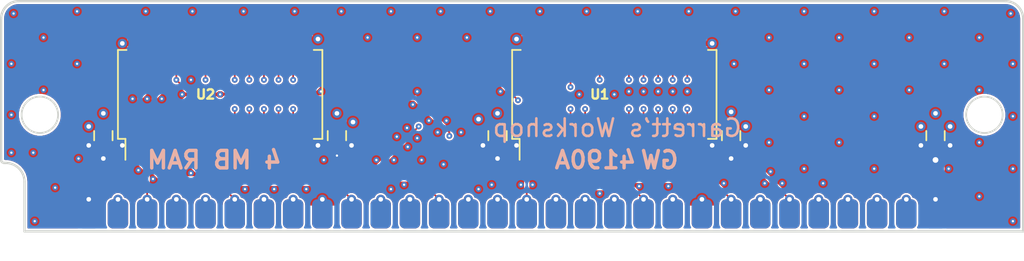
<source format=kicad_pcb>
(kicad_pcb (version 20171130) (host pcbnew "(5.1.5-0-10_14)")
  (layers (0 F.Cu signal) (1 In1.Cu power) (2 In2.Cu signal) (31 B.Cu power) (34 B.Paste user) (35 F.Paste user) (36 B.SilkS user) (37 F.SilkS user) (38 B.Mask user) (39 F.Mask user) (44 Edge.Cuts user))
  (net 0 "")
  (net 1 +5V)
  (net 2 /D0)
  (net 3 /D1)
  (net 4 /~WE~)
  (net 5 /~RAS~)
  (net 6 /~CAS~)
  (net 7 /D2)
  (net 8 /D3)
  (net 9 GND)
  (net 10 /D4)
  (net 11 /D5)
  (net 12 /D6)
  (net 13 /A11)
  (net 14 /D7)
  (net 15 /QP)
  (net 16 /~CASP~)
  (net 17 /DP)
  (net 18 /1A0)
  (net 19 /1A1)
  (net 20 /1A2)
  (net 21 /1A3)
  (net 22 /1A4)
  (net 23 /1A5)
  (net 24 /1A6)
  (net 25 /1A7)
  (net 26 /1A8)
  (net 27 /1A10)
  (net 28 /1A9)
  (module stdpads:SOP-24-26-300mil (layer F.Cu) (at 129.54 89.662 90)
    (fp_text reference U1)
    (fp_text value AS4C4M4)
    (fp_text user %R (at 0 -1.27) (layer F.SilkS) (effects (font (size 0.8128 0.8128) (thickness 0.2032))))
    (fp_line (start -3.875 -8.89) (end -3.875 -8.24) (layer F.SilkS) (width 0.1524))
    (fp_line (start 3.875 -8.89) (end 3.875 -8.145) (layer F.SilkS) (width 0.1524))
    (fp_line (start 3.875 8.89) (end 3.875 8.145) (layer F.SilkS) (width 0.1524))
    (fp_line (start -3.875 8.89) (end -3.875 8.145) (layer F.SilkS) (width 0.1524))
    (fp_line (start -3.875 -8.89) (end 3.875 -8.89) (layer F.SilkS) (width 0.1524))
    (fp_line (start -3.875 8.89) (end 3.875 8.89) (layer F.SilkS) (width 0.1524))
    (fp_line (start -3.875 -8.24) (end -5.7 -8.24) (layer F.SilkS) (width 0.1524))
    (pad 1 smd roundrect (at -4.45 -7.62 90) (size 2.5 0.6) (layers F.Cu F.Paste F.Mask) (net 1 +5V))
    (pad 2 smd roundrect (at -4.45 -6.35 90) (size 2.5 0.6) (layers F.Cu F.Paste F.Mask) (net 11 /D5))
    (pad 3 smd roundrect (at -4.45 -5.08 90) (size 2.5 0.6) (layers F.Cu F.Paste F.Mask) (net 14 /D7))
    (pad 4 smd roundrect (at -4.45 -3.81 90) (size 2.5 0.6) (layers F.Cu F.Paste F.Mask) (net 4 /~WE~))
    (pad 5 smd roundrect (at -4.45 -2.54 90) (size 2.5 0.6) (layers F.Cu F.Paste F.Mask) (net 5 /~RAS~))
    (pad 6 smd roundrect (at -4.45 -1.27 90) (size 2.5 0.6) (layers F.Cu F.Paste F.Mask))
    (pad 8 smd roundrect (at -4.45 1.27 90) (size 2.5 0.6) (layers F.Cu F.Paste F.Mask) (net 27 /1A10))
    (pad 9 smd roundrect (at -4.45 2.54 90) (size 2.5 0.6) (layers F.Cu F.Paste F.Mask) (net 18 /1A0))
    (pad 10 smd roundrect (at -4.45 3.81 90) (size 2.5 0.6) (layers F.Cu F.Paste F.Mask) (net 19 /1A1))
    (pad 11 smd roundrect (at -4.45 5.08 90) (size 2.5 0.6) (layers F.Cu F.Paste F.Mask) (net 20 /1A2))
    (pad 12 smd roundrect (at -4.45 6.35 90) (size 2.5 0.6) (layers F.Cu F.Paste F.Mask) (net 21 /1A3))
    (pad 13 smd roundrect (at -4.45 7.62 90) (size 2.5 0.6) (layers F.Cu F.Paste F.Mask) (net 1 +5V))
    (pad 14 smd roundrect (at 4.45 7.62 90) (size 2.5 0.6) (layers F.Cu F.Paste F.Mask) (net 9 GND))
    (pad 15 smd roundrect (at 4.45 6.35 90) (size 2.5 0.6) (layers F.Cu F.Paste F.Mask) (net 22 /1A4))
    (pad 16 smd roundrect (at 4.45 5.08 90) (size 2.5 0.6) (layers F.Cu F.Paste F.Mask) (net 23 /1A5))
    (pad 17 smd roundrect (at 4.45 3.81 90) (size 2.5 0.6) (layers F.Cu F.Paste F.Mask) (net 24 /1A6))
    (pad 18 smd roundrect (at 4.45 2.54 90) (size 2.5 0.6) (layers F.Cu F.Paste F.Mask) (net 25 /1A7))
    (pad 19 smd roundrect (at 4.45 1.27 90) (size 2.5 0.6) (layers F.Cu F.Paste F.Mask) (net 26 /1A8))
    (pad 21 smd roundrect (at 4.45 -1.27 90) (size 2.5 0.6) (layers F.Cu F.Paste F.Mask) (net 28 /1A9))
    (pad 22 smd roundrect (at 4.45 -2.54 90) (size 2.5 0.6) (layers F.Cu F.Paste F.Mask) (net 9 GND))
    (pad 23 smd roundrect (at 4.45 -3.81 90) (size 2.5 0.6) (layers F.Cu F.Paste F.Mask) (net 6 /~CAS~))
    (pad 24 smd roundrect (at 4.45 -5.08 90) (size 2.5 0.6) (layers F.Cu F.Paste F.Mask) (net 12 /D6))
    (pad 25 smd roundrect (at 4.45 -6.35 90) (size 2.5 0.6) (layers F.Cu F.Paste F.Mask) (net 10 /D4))
    (pad 26 smd roundrect (at 4.45 -7.62 90) (size 2.5 0.6) (layers F.Cu F.Paste F.Mask) (net 9 GND))
  )
  (module stdpads:SOP-24-26-300mil (layer F.Cu) (at 95.25 89.662 90)
    (fp_text reference U2)
    (fp_text value AS4C4M4)
    (fp_text user %R (at 0 -1.27) (layer F.SilkS) (effects (font (size 0.8128 0.8128) (thickness 0.2032))))
    (fp_line (start -3.875 -8.89) (end -3.875 -8.24) (layer F.SilkS) (width 0.1524))
    (fp_line (start 3.875 -8.89) (end 3.875 -8.145) (layer F.SilkS) (width 0.1524))
    (fp_line (start 3.875 8.89) (end 3.875 8.145) (layer F.SilkS) (width 0.1524))
    (fp_line (start -3.875 8.89) (end -3.875 8.145) (layer F.SilkS) (width 0.1524))
    (fp_line (start -3.875 -8.89) (end 3.875 -8.89) (layer F.SilkS) (width 0.1524))
    (fp_line (start -3.875 8.89) (end 3.875 8.89) (layer F.SilkS) (width 0.1524))
    (fp_line (start -3.875 -8.24) (end -5.7 -8.24) (layer F.SilkS) (width 0.1524))
    (pad 1 smd roundrect (at -4.45 -7.62 90) (size 2.5 0.6) (layers F.Cu F.Paste F.Mask) (net 1 +5V))
    (pad 2 smd roundrect (at -4.45 -6.35 90) (size 2.5 0.6) (layers F.Cu F.Paste F.Mask) (net 3 /D1))
    (pad 3 smd roundrect (at -4.45 -5.08 90) (size 2.5 0.6) (layers F.Cu F.Paste F.Mask) (net 8 /D3))
    (pad 4 smd roundrect (at -4.45 -3.81 90) (size 2.5 0.6) (layers F.Cu F.Paste F.Mask) (net 4 /~WE~))
    (pad 5 smd roundrect (at -4.45 -2.54 90) (size 2.5 0.6) (layers F.Cu F.Paste F.Mask) (net 5 /~RAS~))
    (pad 6 smd roundrect (at -4.45 -1.27 90) (size 2.5 0.6) (layers F.Cu F.Paste F.Mask))
    (pad 8 smd roundrect (at -4.45 1.27 90) (size 2.5 0.6) (layers F.Cu F.Paste F.Mask) (net 21 /1A3))
    (pad 9 smd roundrect (at -4.45 2.54 90) (size 2.5 0.6) (layers F.Cu F.Paste F.Mask) (net 20 /1A2))
    (pad 10 smd roundrect (at -4.45 3.81 90) (size 2.5 0.6) (layers F.Cu F.Paste F.Mask) (net 19 /1A1))
    (pad 11 smd roundrect (at -4.45 5.08 90) (size 2.5 0.6) (layers F.Cu F.Paste F.Mask) (net 18 /1A0))
    (pad 12 smd roundrect (at -4.45 6.35 90) (size 2.5 0.6) (layers F.Cu F.Paste F.Mask) (net 27 /1A10))
    (pad 13 smd roundrect (at -4.45 7.62 90) (size 2.5 0.6) (layers F.Cu F.Paste F.Mask) (net 1 +5V))
    (pad 14 smd roundrect (at 4.45 7.62 90) (size 2.5 0.6) (layers F.Cu F.Paste F.Mask) (net 9 GND))
    (pad 15 smd roundrect (at 4.45 6.35 90) (size 2.5 0.6) (layers F.Cu F.Paste F.Mask) (net 28 /1A9))
    (pad 16 smd roundrect (at 4.45 5.08 90) (size 2.5 0.6) (layers F.Cu F.Paste F.Mask) (net 26 /1A8))
    (pad 17 smd roundrect (at 4.45 3.81 90) (size 2.5 0.6) (layers F.Cu F.Paste F.Mask) (net 25 /1A7))
    (pad 18 smd roundrect (at 4.45 2.54 90) (size 2.5 0.6) (layers F.Cu F.Paste F.Mask) (net 24 /1A6))
    (pad 19 smd roundrect (at 4.45 1.27 90) (size 2.5 0.6) (layers F.Cu F.Paste F.Mask) (net 23 /1A5))
    (pad 21 smd roundrect (at 4.45 -1.27 90) (size 2.5 0.6) (layers F.Cu F.Paste F.Mask) (net 22 /1A4))
    (pad 22 smd roundrect (at 4.45 -2.54 90) (size 2.5 0.6) (layers F.Cu F.Paste F.Mask) (net 9 GND))
    (pad 23 smd roundrect (at 4.45 -3.81 90) (size 2.5 0.6) (layers F.Cu F.Paste F.Mask) (net 6 /~CAS~))
    (pad 24 smd roundrect (at 4.45 -5.08 90) (size 2.5 0.6) (layers F.Cu F.Paste F.Mask) (net 7 /D2))
    (pad 25 smd roundrect (at 4.45 -6.35 90) (size 2.5 0.6) (layers F.Cu F.Paste F.Mask) (net 2 /D0))
    (pad 26 smd roundrect (at 4.45 -7.62 90) (size 2.5 0.6) (layers F.Cu F.Paste F.Mask) (net 9 GND))
  )
  (module stdpads:SIMM-30_Edge (layer F.Cu) (at 120.65 99.822)
    (fp_text reference J1)
    (fp_text value DRAM-SIMM-30)
    (pad 1 smd roundrect (at -36.83 0.254) (size 1.778 2.54) (layers B.Cu B.Mask) (net 1 +5V))
    (pad 1 smd roundrect (at -36.83 0.254) (size 1.778 2.54) (layers F.Cu F.Mask) (net 1 +5V))
    (pad 2 smd roundrect (at -34.29 0.254) (size 1.778 2.54) (layers B.Cu B.Mask) (net 6 /~CAS~))
    (pad 3 smd roundrect (at -31.75 0.254) (size 1.778 2.54) (layers B.Cu B.Mask) (net 2 /D0))
    (pad 4 smd roundrect (at -29.21 0.254) (size 1.778 2.54) (layers B.Cu B.Mask) (net 22 /1A4))
    (pad 5 smd roundrect (at -26.67 0.254) (size 1.778 2.54) (layers B.Cu B.Mask) (net 21 /1A3))
    (pad 6 smd roundrect (at -24.13 0.254) (size 1.778 2.54) (layers B.Cu B.Mask) (net 3 /D1))
    (pad 7 smd roundrect (at -21.59 0.254) (size 1.778 2.54) (layers B.Cu B.Mask) (net 23 /1A5))
    (pad 8 smd roundrect (at -19.05 0.254) (size 1.778 2.54) (layers B.Cu B.Mask) (net 20 /1A2))
    (pad 9 smd roundrect (at -16.51 0.254) (size 1.778 2.54) (layers B.Cu B.Mask) (net 9 GND))
    (pad 10 smd roundrect (at -13.97 0.254) (size 1.778 2.54) (layers B.Cu B.Mask) (net 7 /D2))
    (pad 11 smd roundrect (at -11.43 0.254) (size 1.778 2.54) (layers B.Cu B.Mask) (net 24 /1A6))
    (pad 12 smd roundrect (at -8.89 0.254) (size 1.778 2.54) (layers B.Cu B.Mask) (net 19 /1A1))
    (pad 13 smd roundrect (at -6.35 0.254) (size 1.778 2.54) (layers B.Cu B.Mask) (net 8 /D3))
    (pad 14 smd roundrect (at -3.81 0.254) (size 1.778 2.54) (layers B.Cu B.Mask) (net 25 /1A7))
    (pad 15 smd roundrect (at -1.27 0.254) (size 1.778 2.54) (layers B.Cu B.Mask) (net 18 /1A0))
    (pad 16 smd roundrect (at 1.27 0.254) (size 1.778 2.54) (layers B.Cu B.Mask) (net 10 /D4))
    (pad 17 smd roundrect (at 3.81 0.254) (size 1.778 2.54) (layers B.Cu B.Mask) (net 26 /1A8))
    (pad 18 smd roundrect (at 6.35 0.254) (size 1.778 2.54) (layers B.Cu B.Mask) (net 27 /1A10))
    (pad 19 smd roundrect (at 8.89 0.254) (size 1.778 2.54) (layers B.Cu B.Mask) (net 28 /1A9))
    (pad 20 smd roundrect (at 11.43 0.254) (size 1.778 2.54) (layers B.Cu B.Mask) (net 11 /D5))
    (pad 21 smd roundrect (at 13.97 0.254) (size 1.778 2.54) (layers B.Cu B.Mask) (net 4 /~WE~))
    (pad 22 smd roundrect (at 16.51 0.254) (size 1.778 2.54) (layers B.Cu B.Mask) (net 9 GND))
    (pad 23 smd roundrect (at 19.05 0.254) (size 1.778 2.54) (layers B.Cu B.Mask) (net 12 /D6))
    (pad 24 smd roundrect (at 21.59 0.254) (size 1.778 2.54) (layers B.Cu B.Mask) (net 13 /A11))
    (pad 25 smd roundrect (at 24.13 0.254) (size 1.778 2.54) (layers B.Cu B.Mask) (net 14 /D7))
    (pad 26 smd roundrect (at 26.67 0.254) (size 1.778 2.54) (layers B.Cu B.Mask) (net 15 /QP))
    (pad 27 smd roundrect (at 29.21 0.254) (size 1.778 2.54) (layers B.Cu B.Mask) (net 5 /~RAS~))
    (pad 28 smd roundrect (at 31.75 0.254) (size 1.778 2.54) (layers B.Cu B.Mask) (net 16 /~CASP~))
    (pad 29 smd roundrect (at 34.29 0.254) (size 1.778 2.54) (layers B.Cu B.Mask) (net 17 /DP))
    (pad 30 smd roundrect (at 36.83 0.254) (size 1.778 2.54) (layers B.Cu B.Mask) (net 1 +5V))
    (pad 2 smd roundrect (at -34.29 0.254) (size 1.778 2.54) (layers F.Cu F.Mask) (net 6 /~CAS~))
    (pad 3 thru_hole circle (at -31.75 -1.016) (size 0.8 0.8) (drill 0.4) (layers *.Cu *.Mask) (net 2 /D0))
    (pad 11 smd roundrect (at -11.43 0.254) (size 1.778 2.54) (layers F.Cu F.Mask) (net 24 /1A6))
    (pad 5 smd roundrect (at -26.67 0.254) (size 1.778 2.54) (layers F.Cu F.Mask) (net 21 /1A3))
    (pad 12 smd roundrect (at -8.89 0.254) (size 1.778 2.54) (layers F.Cu F.Mask) (net 19 /1A1))
    (pad 26 smd roundrect (at 26.67 0.254) (size 1.778 2.54) (layers F.Cu F.Mask) (net 15 /QP))
    (pad 13 smd roundrect (at -6.35 0.254) (size 1.778 2.54) (layers F.Cu F.Mask) (net 8 /D3))
    (pad 14 smd roundrect (at -3.81 0.254) (size 1.778 2.54) (layers F.Cu F.Mask) (net 25 /1A7))
    (pad 4 smd roundrect (at -29.21 0.254) (size 1.778 2.54) (layers F.Cu F.Mask) (net 22 /1A4))
    (pad 29 smd roundrect (at 34.29 0.254) (size 1.778 2.54) (layers F.Cu F.Mask) (net 17 /DP))
    (pad 3 smd roundrect (at -31.75 0.254) (size 1.778 2.54) (layers F.Cu F.Mask) (net 2 /D0))
    (pad 24 smd roundrect (at 21.59 0.254) (size 1.778 2.54) (layers F.Cu F.Mask) (net 13 /A11))
    (pad 16 smd roundrect (at 1.27 0.254) (size 1.778 2.54) (layers F.Cu F.Mask) (net 10 /D4))
    (pad 20 smd roundrect (at 11.43 0.254) (size 1.778 2.54) (layers F.Cu F.Mask) (net 11 /D5))
    (pad 23 smd roundrect (at 19.05 0.254) (size 1.778 2.54) (layers F.Cu F.Mask) (net 12 /D6))
    (pad 9 smd roundrect (at -16.51 0.254) (size 1.778 2.54) (layers F.Cu F.Mask) (net 9 GND))
    (pad 18 smd roundrect (at 6.35 0.254) (size 1.778 2.54) (layers F.Cu F.Mask) (net 27 /1A10))
    (pad 21 smd roundrect (at 13.97 0.254) (size 1.778 2.54) (layers F.Cu F.Mask) (net 4 /~WE~))
    (pad 19 smd roundrect (at 8.89 0.254) (size 1.778 2.54) (layers F.Cu F.Mask) (net 28 /1A9))
    (pad 10 smd roundrect (at -13.97 0.254) (size 1.778 2.54) (layers F.Cu F.Mask) (net 7 /D2))
    (pad 22 smd roundrect (at 16.51 0.254) (size 1.778 2.54) (layers F.Cu F.Mask) (net 9 GND))
    (pad 6 smd roundrect (at -24.13 0.254) (size 1.778 2.54) (layers F.Cu F.Mask) (net 3 /D1))
    (pad 17 smd roundrect (at 3.81 0.254) (size 1.778 2.54) (layers F.Cu F.Mask) (net 26 /1A8))
    (pad 7 smd roundrect (at -21.59 0.254) (size 1.778 2.54) (layers F.Cu F.Mask) (net 23 /1A5))
    (pad 8 smd roundrect (at -19.05 0.254) (size 1.778 2.54) (layers F.Cu F.Mask) (net 20 /1A2))
    (pad 27 smd roundrect (at 29.21 0.254) (size 1.778 2.54) (layers F.Cu F.Mask) (net 5 /~RAS~))
    (pad 28 smd roundrect (at 31.75 0.254) (size 1.778 2.54) (layers F.Cu F.Mask) (net 16 /~CASP~))
    (pad 30 smd roundrect (at 36.83 0.254) (size 1.778 2.54) (layers F.Cu F.Mask) (net 1 +5V))
    (pad 15 smd roundrect (at -1.27 0.254) (size 1.778 2.54) (layers F.Cu F.Mask) (net 18 /1A0))
    (pad 25 smd roundrect (at 24.13 0.254) (size 1.778 2.54) (layers F.Cu F.Mask) (net 14 /D7))
    (pad 2 thru_hole circle (at -34.29 -1.016) (size 0.8 0.8) (drill 0.4) (layers *.Cu *.Mask) (net 6 /~CAS~))
    (pad 1 thru_hole circle (at -36.83 -1.016) (size 0.8 0.8) (drill 0.4) (layers *.Cu *.Mask) (net 1 +5V))
    (pad 5 thru_hole circle (at -26.67 -1.016) (size 0.8 0.8) (drill 0.4) (layers *.Cu *.Mask) (net 21 /1A3))
    (pad 4 thru_hole circle (at -29.21 -1.016) (size 0.8 0.8) (drill 0.4) (layers *.Cu *.Mask) (net 22 /1A4))
    (pad 6 thru_hole circle (at -24.13 -1.016) (size 0.8 0.8) (drill 0.4) (layers *.Cu *.Mask) (net 3 /D1))
    (pad 7 thru_hole circle (at -21.59 -1.016) (size 0.8 0.8) (drill 0.4) (layers *.Cu *.Mask) (net 23 /1A5))
    (pad 9 thru_hole circle (at -16.51 -1.016) (size 0.8 0.8) (drill 0.4) (layers *.Cu *.Mask) (net 9 GND))
    (pad 8 thru_hole circle (at -19.05 -1.016) (size 0.8 0.8) (drill 0.4) (layers *.Cu *.Mask) (net 20 /1A2))
    (pad 11 thru_hole circle (at -11.43 -1.016) (size 0.8 0.8) (drill 0.4) (layers *.Cu *.Mask) (net 24 /1A6))
    (pad 10 thru_hole circle (at -13.97 -1.016) (size 0.8 0.8) (drill 0.4) (layers *.Cu *.Mask) (net 7 /D2))
    (pad 12 thru_hole circle (at -8.89 -1.016) (size 0.8 0.8) (drill 0.4) (layers *.Cu *.Mask) (net 19 /1A1))
    (pad 14 thru_hole circle (at -3.81 -1.016) (size 0.8 0.8) (drill 0.4) (layers *.Cu *.Mask) (net 25 /1A7))
    (pad 13 thru_hole circle (at -6.35 -1.016) (size 0.8 0.8) (drill 0.4) (layers *.Cu *.Mask) (net 8 /D3))
    (pad 15 thru_hole circle (at -1.27 -1.016) (size 0.8 0.8) (drill 0.4) (layers *.Cu *.Mask) (net 18 /1A0))
    (pad 17 thru_hole circle (at 3.81 -1.016) (size 0.8 0.8) (drill 0.4) (layers *.Cu *.Mask) (net 26 /1A8))
    (pad 16 thru_hole circle (at 1.27 -1.016) (size 0.8 0.8) (drill 0.4) (layers *.Cu *.Mask) (net 10 /D4))
    (pad 18 thru_hole circle (at 6.35 -1.016) (size 0.8 0.8) (drill 0.4) (layers *.Cu *.Mask) (net 27 /1A10))
    (pad 27 thru_hole circle (at 29.21 -1.016) (size 0.8 0.8) (drill 0.4) (layers *.Cu *.Mask) (net 5 /~RAS~))
    (pad 26 thru_hole circle (at 26.67 -1.016) (size 0.8 0.8) (drill 0.4) (layers *.Cu *.Mask) (net 15 /QP))
    (pad 28 thru_hole circle (at 31.75 -1.016) (size 0.8 0.8) (drill 0.4) (layers *.Cu *.Mask) (net 16 /~CASP~))
    (pad 21 thru_hole circle (at 13.97 -1.016) (size 0.8 0.8) (drill 0.4) (layers *.Cu *.Mask) (net 4 /~WE~))
    (pad 20 thru_hole circle (at 11.43 -1.016) (size 0.8 0.8) (drill 0.4) (layers *.Cu *.Mask) (net 11 /D5))
    (pad 22 thru_hole circle (at 16.51 -1.016) (size 0.8 0.8) (drill 0.4) (layers *.Cu *.Mask) (net 9 GND))
    (pad 24 thru_hole circle (at 21.59 -1.016) (size 0.8 0.8) (drill 0.4) (layers *.Cu *.Mask) (net 13 /A11))
    (pad 23 thru_hole circle (at 19.05 -1.016) (size 0.8 0.8) (drill 0.4) (layers *.Cu *.Mask) (net 12 /D6))
    (pad 25 thru_hole circle (at 24.13 -1.016) (size 0.8 0.8) (drill 0.4) (layers *.Cu *.Mask) (net 14 /D7))
    (pad 19 thru_hole circle (at 8.89 -1.016) (size 0.8 0.8) (drill 0.4) (layers *.Cu *.Mask) (net 28 /1A9))
    (pad 29 thru_hole circle (at 34.29 -1.016) (size 0.8 0.8) (drill 0.4) (layers *.Cu *.Mask) (net 17 /DP))
    (pad 30 thru_hole circle (at 36.83 -1.016) (size 0.8 0.8) (drill 0.4) (layers *.Cu *.Mask) (net 1 +5V))
  )
  (module stdpads:C_0805 (layer F.Cu) (at 85.09 93.257 90)
    (fp_text reference C1 hide)
    (fp_text value 100n hide)
    (fp_line (start -0.4064 -0.8) (end 0.4064 -0.8) (layer F.SilkS) (width 0.1524))
    (fp_line (start -0.4064 0.8) (end 0.4064 0.8) (layer F.SilkS) (width 0.1524))
    (pad 1 smd roundrect (at -0.85 0 90) (size 1.05 1.4) (layers F.Cu F.Paste F.Mask) (net 1 +5V))
    (pad 2 smd roundrect (at 0.85 0 90) (size 1.05 1.4) (layers F.Cu F.Paste F.Mask) (net 9 GND))
  )
  (module stdpads:C_0805 (layer F.Cu) (at 105.41 93.257 90)
    (fp_text reference C2 hide)
    (fp_text value 100n hide)
    (fp_line (start -0.4064 0.8) (end 0.4064 0.8) (layer F.SilkS) (width 0.1524))
    (fp_line (start -0.4064 -0.8) (end 0.4064 -0.8) (layer F.SilkS) (width 0.1524))
    (pad 2 smd roundrect (at 0.85 0 90) (size 1.05 1.4) (layers F.Cu F.Paste F.Mask) (net 9 GND))
    (pad 1 smd roundrect (at -0.85 0 90) (size 1.05 1.4) (layers F.Cu F.Paste F.Mask) (net 1 +5V))
  )
  (module stdpads:C_0805 (layer F.Cu) (at 119.38 93.257 90)
    (fp_text reference C3 hide)
    (fp_text value 100n hide)
    (fp_line (start -0.4064 -0.8) (end 0.4064 -0.8) (layer F.SilkS) (width 0.1524))
    (fp_line (start -0.4064 0.8) (end 0.4064 0.8) (layer F.SilkS) (width 0.1524))
    (pad 1 smd roundrect (at -0.85 0 90) (size 1.05 1.4) (layers F.Cu F.Paste F.Mask) (net 1 +5V))
    (pad 2 smd roundrect (at 0.85 0 90) (size 1.05 1.4) (layers F.Cu F.Paste F.Mask) (net 9 GND))
  )
  (module stdpads:C_0805 (layer F.Cu) (at 157.48 93.257 90)
    (fp_text reference C5 hide)
    (fp_text value 100n hide)
    (fp_line (start -0.4064 -0.8) (end 0.4064 -0.8) (layer F.SilkS) (width 0.1524))
    (fp_line (start -0.4064 0.8) (end 0.4064 0.8) (layer F.SilkS) (width 0.1524))
    (pad 1 smd roundrect (at -0.85 0 90) (size 1.05 1.4) (layers F.Cu F.Paste F.Mask) (net 1 +5V))
    (pad 2 smd roundrect (at 0.85 0 90) (size 1.05 1.4) (layers F.Cu F.Paste F.Mask) (net 9 GND))
  )
  (module stdpads:C_0805 (layer F.Cu) (at 139.7 93.257 90)
    (fp_text reference C4 hide)
    (fp_text value 100n hide)
    (fp_line (start -0.4064 -0.8) (end 0.4064 -0.8) (layer F.SilkS) (width 0.1524))
    (fp_line (start -0.4064 0.8) (end 0.4064 0.8) (layer F.SilkS) (width 0.1524))
    (pad 1 smd roundrect (at -0.85 0 90) (size 1.05 1.4) (layers F.Cu F.Paste F.Mask) (net 1 +5V))
    (pad 2 smd roundrect (at 0.85 0 90) (size 1.05 1.4) (layers F.Cu F.Paste F.Mask) (net 9 GND))
  )
  (gr_arc (start 76.454 95.377) (end 76.2 95.377) (angle -90) (layer Edge.Cuts) (width 0.2))
  (gr_arc (start 77.724 83.058) (end 77.724 81.534) (angle -90) (layer Edge.Cuts) (width 0.2))
  (gr_arc (start 163.576 83.058) (end 165.1 83.058) (angle -90) (layer Edge.Cuts) (width 0.2))
  (gr_text 4190A (at 127.889 95.377) (layer B.SilkS) (effects (font (size 1.5 1.5) (thickness 0.3)) (justify mirror)))
  (gr_text GW (at 133.477 95.377) (layer B.SilkS) (effects (font (size 1.5 1.5) (thickness 0.3)) (justify mirror)))
  (gr_text "Garrett’s Workshop" (at 129.794 92.583) (layer B.SilkS) (effects (font (size 1.524 1.524) (thickness 0.225)) (justify mirror)))
  (gr_text "4 MB RAM" (at 94.742 95.377) (layer B.SilkS) (effects (font (size 1.524 1.524) (thickness 0.3)) (justify mirror)))
  (gr_line (start 76.581 95.631) (end 76.454 95.631) (layer Edge.Cuts) (width 0.2))
  (gr_line (start 78.232 101.6) (end 78.232 97.282) (layer Edge.Cuts) (width 0.2))
  (gr_circle (center 79.5655 91.44) (end 77.978 91.44) (layer Edge.Cuts) (width 0.15))
  (gr_circle (center 161.7345 91.44) (end 163.322 91.44) (layer Edge.Cuts) (width 0.15))
  (gr_line (start 76.2 95.377) (end 76.2 83.058) (layer Edge.Cuts) (width 0.2))
  (gr_arc (start 76.581 97.282) (end 78.232 97.282) (angle -90) (layer Edge.Cuts) (width 0.2))
  (gr_line (start 165.1 83.058) (end 165.1 101.6) (layer Edge.Cuts) (width 0.2))
  (gr_line (start 77.724 81.534) (end 163.576 81.534) (layer Edge.Cuts) (width 0.2))
  (gr_line (start 165.1 101.6) (end 78.232 101.6) (layer Edge.Cuts) (width 0.2))
  (via (at 86.741 94.107) (size 0.8) (drill 0.4) (layers F.Cu B.Cu) (net 1))
  (segment (start 87.625 94.107) (end 87.63 94.112) (width 0.508) (layer F.Cu) (net 1))
  (segment (start 86.741 94.107) (end 87.625 94.107) (width 0.508) (layer F.Cu) (net 1))
  (via (at 121.031 94.107) (size 0.8) (drill 0.4) (layers F.Cu B.Cu) (net 1))
  (via (at 138.049 94.107) (size 0.8) (drill 0.4) (layers F.Cu B.Cu) (net 1))
  (segment (start 102.875 94.107) (end 102.87 94.112) (width 0.508) (layer F.Cu) (net 1))
  (segment (start 121.915 94.107) (end 121.92 94.112) (width 0.508) (layer F.Cu) (net 1))
  (segment (start 121.031 94.107) (end 121.915 94.107) (width 0.508) (layer F.Cu) (net 1))
  (segment (start 137.165 94.107) (end 137.16 94.112) (width 0.508) (layer F.Cu) (net 1))
  (segment (start 138.049 94.107) (end 137.165 94.107) (width 0.508) (layer F.Cu) (net 1))
  (segment (start 85.09 94.107) (end 86.741 94.107) (width 0.762) (layer F.Cu) (net 1))
  (via (at 83.82 94.107) (size 0.8) (drill 0.4) (layers F.Cu B.Cu) (net 1))
  (segment (start 85.09 94.107) (end 83.82 94.107) (width 0.762) (layer F.Cu) (net 1))
  (via (at 85.09 95.25) (size 0.8) (drill 0.4) (layers F.Cu B.Cu) (net 1))
  (segment (start 85.09 94.107) (end 85.09 95.25) (width 0.762) (layer F.Cu) (net 1))
  (segment (start 103.759 94.107) (end 102.875 94.107) (width 0.508) (layer F.Cu) (net 1))
  (via (at 103.759 94.107) (size 0.8) (drill 0.4) (layers F.Cu B.Cu) (net 1))
  (via (at 106.68 94.107) (size 0.8) (drill 0.4) (layers F.Cu B.Cu) (net 1))
  (segment (start 105.41 94.107) (end 106.68 94.107) (width 0.762) (layer F.Cu) (net 1))
  (segment (start 105.41 94.107) (end 103.759 94.107) (width 0.762) (layer F.Cu) (net 1))
  (via (at 118.11 94.107) (size 0.8) (drill 0.4) (layers F.Cu B.Cu) (net 1))
  (segment (start 119.38 94.107) (end 118.11 94.107) (width 0.762) (layer F.Cu) (net 1))
  (segment (start 119.38 94.107) (end 121.031 94.107) (width 0.762) (layer F.Cu) (net 1))
  (via (at 119.38 95.25) (size 0.8) (drill 0.4) (layers F.Cu B.Cu) (net 1))
  (segment (start 119.38 94.107) (end 119.38 95.25) (width 0.762) (layer F.Cu) (net 1))
  (via (at 105.41 94.996) (size 0.508) (drill 0.2) (layers F.Cu B.Cu) (net 1))
  (segment (start 105.41 94.107) (end 105.41 94.996) (width 0.508) (layer F.Cu) (net 1))
  (segment (start 139.7 94.107) (end 138.049 94.107) (width 0.762) (layer F.Cu) (net 1))
  (via (at 139.7 95.25) (size 0.8) (drill 0.4) (layers F.Cu B.Cu) (net 1))
  (segment (start 139.7 94.107) (end 139.7 95.25) (width 0.762) (layer F.Cu) (net 1))
  (via (at 140.97 94.107) (size 0.8) (drill 0.4) (layers F.Cu B.Cu) (net 1))
  (segment (start 139.7 94.107) (end 140.97 94.107) (width 0.762) (layer F.Cu) (net 1))
  (segment (start 157.48 98.806) (end 157.48 95.377) (width 1.27) (layer F.Cu) (net 1))
  (segment (start 157.48 95.377) (end 157.48 94.107) (width 0.762) (layer F.Cu) (net 1))
  (via (at 156.21 94.107) (size 0.8) (drill 0.4) (layers F.Cu B.Cu) (net 1))
  (segment (start 157.48 94.107) (end 156.21 94.107) (width 0.8) (layer F.Cu) (net 1))
  (via (at 158.75 94.107) (size 0.8) (drill 0.4) (layers F.Cu B.Cu) (net 1))
  (segment (start 157.48 94.107) (end 158.75 94.107) (width 0.8) (layer F.Cu) (net 1))
  (via (at 157.48 95.377) (size 1) (drill 0.5) (layers F.Cu B.Cu) (net 1))
  (segment (start 88.9 89.281) (end 88.9 85.962) (width 0.1524) (layer F.Cu) (net 2))
  (segment (start 88.265 89.916) (end 88.9 89.281) (width 0.1524) (layer F.Cu) (net 2))
  (segment (start 88.9 98.806) (end 88.9 96.266) (width 0.1524) (layer F.Cu) (net 2))
  (segment (start 88.265 95.631) (end 88.265 89.916) (width 0.1524) (layer F.Cu) (net 2))
  (segment (start 88.9 96.266) (end 88.265 95.631) (width 0.1524) (layer F.Cu) (net 2))
  (segment (start 88.9 95.758) (end 88.9 94.112) (width 0.1524) (layer F.Cu) (net 3))
  (segment (start 95.504 97.79) (end 90.932 97.79) (width 0.1524) (layer F.Cu) (net 3))
  (segment (start 96.52 98.806) (end 95.504 97.79) (width 0.1524) (layer F.Cu) (net 3))
  (segment (start 90.932 97.79) (end 88.9 95.758) (width 0.1524) (layer F.Cu) (net 3))
  (segment (start 125.73 94.112) (end 125.73 90.932) (width 0.1524) (layer F.Cu) (net 4))
  (via (at 125.73 90.932) (size 0.508) (drill 0.2) (layers F.Cu B.Cu) (net 4))
  (via (at 115.189 93.2815) (size 0.508) (drill 0.2) (layers F.Cu B.Cu) (net 4))
  (segment (start 91.44 90.932) (end 91.44 94.112) (width 0.1524) (layer F.Cu) (net 4))
  (segment (start 92.329 90.043) (end 91.44 90.932) (width 0.1524) (layer F.Cu) (net 4))
  (segment (start 95.504 90.17) (end 94.996 90.17) (width 0.1524) (layer F.Cu) (net 4))
  (segment (start 94.869 90.043) (end 92.329 90.043) (width 0.1524) (layer F.Cu) (net 4))
  (segment (start 94.996 90.17) (end 94.869 90.043) (width 0.1524) (layer F.Cu) (net 4))
  (segment (start 112.2045 89.9795) (end 95.6945 89.9795) (width 0.1524) (layer F.Cu) (net 4))
  (segment (start 115.189 92.964) (end 112.2045 89.9795) (width 0.1524) (layer F.Cu) (net 4))
  (segment (start 95.6945 89.9795) (end 95.504 90.17) (width 0.1524) (layer F.Cu) (net 4))
  (segment (start 115.189 93.2815) (end 115.189 92.964) (width 0.1524) (layer F.Cu) (net 4))
  (via (at 127 90.932) (size 0.508) (drill 0.2) (layers F.Cu B.Cu) (net 5))
  (segment (start 127 94.112) (end 127 90.932) (width 0.1524) (layer F.Cu) (net 5))
  (via (at 112.522 92.456) (size 0.508) (drill 0.2) (layers F.Cu B.Cu) (net 5))
  (segment (start 92.71 95.758) (end 92.71 93.362) (width 0.1524) (layer F.Cu) (net 5))
  (segment (start 93.345 96.393) (end 92.71 95.758) (width 0.1524) (layer F.Cu) (net 5))
  (segment (start 108.585 96.393) (end 93.345 96.393) (width 0.1524) (layer F.Cu) (net 5))
  (segment (start 112.522 92.456) (end 108.585 96.393) (width 0.1524) (layer F.Cu) (net 5))
  (via (at 91.44 88.392) (size 0.508) (drill 0.2) (layers F.Cu B.Cu) (net 6))
  (segment (start 91.44 85.212) (end 91.44 88.392) (width 0.1524) (layer F.Cu) (net 6))
  (via (at 121.158 90.17) (size 0.508) (drill 0.2) (layers F.Cu B.Cu) (net 6))
  (segment (start 125.73 89.027) (end 125.73 85.212) (width 0.1524) (layer F.Cu) (net 6))
  (via (at 125.73 89.027) (size 0.508) (drill 0.2) (layers F.Cu B.Cu) (net 6))
  (segment (start 92.329 89.281) (end 91.44 88.392) (width 0.1524) (layer F.Cu) (net 6))
  (segment (start 94.869 89.281) (end 92.329 89.281) (width 0.1524) (layer F.Cu) (net 6))
  (segment (start 94.996 89.154) (end 94.869 89.281) (width 0.1524) (layer F.Cu) (net 6))
  (segment (start 95.504 89.154) (end 94.996 89.154) (width 0.1524) (layer F.Cu) (net 6))
  (segment (start 95.631 89.281) (end 95.504 89.154) (width 0.1524) (layer F.Cu) (net 6))
  (segment (start 103.378 89.281) (end 95.631 89.281) (width 0.1524) (layer F.Cu) (net 6))
  (segment (start 104.013 88.646) (end 103.378 89.281) (width 0.1524) (layer F.Cu) (net 6))
  (segment (start 119.634 88.646) (end 104.013 88.646) (width 0.1524) (layer F.Cu) (net 6))
  (segment (start 121.158 90.17) (end 119.634 88.646) (width 0.1524) (layer F.Cu) (net 6))
  (segment (start 105.283 97.409) (end 106.68 98.806) (width 0.1524) (layer F.Cu) (net 7))
  (segment (start 89.535 89.916) (end 89.535 95.758) (width 0.1524) (layer F.Cu) (net 7))
  (segment (start 91.186 97.409) (end 105.283 97.409) (width 0.1524) (layer F.Cu) (net 7))
  (segment (start 89.535 95.758) (end 91.186 97.409) (width 0.1524) (layer F.Cu) (net 7))
  (segment (start 90.17 89.281) (end 89.535 89.916) (width 0.1524) (layer F.Cu) (net 7))
  (segment (start 90.17 85.212) (end 90.17 89.281) (width 0.1524) (layer F.Cu) (net 7))
  (segment (start 112.522 97.028) (end 114.3 98.806) (width 0.1524) (layer F.Cu) (net 8))
  (segment (start 91.44 97.028) (end 112.522 97.028) (width 0.1524) (layer F.Cu) (net 8))
  (segment (start 90.17 94.112) (end 90.17 95.758) (width 0.1524) (layer F.Cu) (net 8))
  (segment (start 90.17 95.758) (end 91.44 97.028) (width 0.1524) (layer F.Cu) (net 8))
  (via (at 121.031 84.836) (size 0.8) (drill 0.4) (layers F.Cu B.Cu) (net 9))
  (via (at 138.049 85.217) (size 0.8) (drill 0.4) (layers F.Cu B.Cu) (net 9))
  (segment (start 138.044 85.212) (end 138.049 85.217) (width 0.508) (layer F.Cu) (net 9))
  (segment (start 137.16 85.212) (end 138.044 85.212) (width 0.508) (layer F.Cu) (net 9))
  (via (at 103.759 84.836) (size 0.8) (drill 0.4) (layers F.Cu B.Cu) (net 9))
  (via (at 86.741 85.217) (size 0.8) (drill 0.4) (layers F.Cu B.Cu) (net 9))
  (segment (start 86.746 85.212) (end 86.741 85.217) (width 0.508) (layer F.Cu) (net 9))
  (segment (start 87.63 85.212) (end 86.746 85.212) (width 0.508) (layer F.Cu) (net 9))
  (via (at 134.62 89.408) (size 0.508) (drill 0.2) (layers F.Cu B.Cu) (net 9))
  (via (at 133.35 89.408) (size 0.508) (drill 0.2) (layers F.Cu B.Cu) (net 9))
  (via (at 132.08 89.408) (size 0.508) (drill 0.2) (layers F.Cu B.Cu) (net 9))
  (via (at 135.89 89.408) (size 0.508) (drill 0.2) (layers F.Cu B.Cu) (net 9))
  (via (at 130.81 89.408) (size 0.508) (drill 0.2) (layers F.Cu B.Cu) (net 9))
  (via (at 108.839 95.377) (size 0.508) (drill 0.2) (layers F.Cu B.Cu) (net 9))
  (via (at 104.267 95.377) (size 0.508) (drill 0.2) (layers F.Cu B.Cu) (net 9))
  (via (at 129.54 89.662) (size 0.508) (drill 0.2) (layers F.Cu B.Cu) (net 9))
  (via (at 95.25 89.662) (size 0.508) (drill 0.2) (layers F.Cu B.Cu) (net 9))
  (via (at 112.395 89.408) (size 0.508) (drill 0.2) (layers F.Cu B.Cu) (net 9))
  (via (at 119.634 89.408) (size 0.508) (drill 0.2) (layers F.Cu B.Cu) (net 9))
  (segment (start 103.759 84.836) (end 102.997 84.836) (width 0.508) (layer F.Cu) (net 9))
  (segment (start 102.87 84.963) (end 102.87 85.962) (width 0.508) (layer F.Cu) (net 9))
  (segment (start 102.997 84.836) (end 102.87 84.963) (width 0.508) (layer F.Cu) (net 9))
  (segment (start 121.031 84.836) (end 121.84859 84.836) (width 0.508) (layer F.Cu) (net 9))
  (segment (start 121.92 84.90741) (end 121.92 85.962) (width 0.508) (layer F.Cu) (net 9))
  (segment (start 121.84859 84.836) (end 121.92 84.90741) (width 0.508) (layer F.Cu) (net 9))
  (via (at 92.71 96.52) (size 0.508) (drill 0.2) (layers F.Cu B.Cu) (net 9))
  (via (at 111.252 97.536) (size 0.508) (drill 0.2) (layers F.Cu B.Cu) (net 9))
  (via (at 117.729 97.917) (size 0.508) (drill 0.2) (layers F.Cu B.Cu) (net 9))
  (via (at 118.872 97.536) (size 0.508) (drill 0.2) (layers F.Cu B.Cu) (net 9))
  (via (at 139.065 97.409) (size 0.508) (drill 0.2) (layers F.Cu B.Cu) (net 9))
  (via (at 134.239 97.663) (size 0.508) (drill 0.2) (layers F.Cu B.Cu) (net 9))
  (via (at 89.408 97.028) (size 0.508) (drill 0.2) (layers F.Cu B.Cu) (net 9))
  (via (at 88.138 96.266) (size 0.508) (drill 0.2) (layers F.Cu B.Cu) (net 9))
  (via (at 142.621 97.409) (size 0.508) (drill 0.2) (layers F.Cu B.Cu) (net 9))
  (via (at 114.681 95.758) (size 0.508) (drill 0.2) (layers F.Cu B.Cu) (net 9))
  (via (at 144.145 97.409) (size 0.508) (drill 0.2) (layers F.Cu B.Cu) (net 9))
  (via (at 143.129 96.393) (size 0.508) (drill 0.2) (layers F.Cu B.Cu) (net 9))
  (via (at 112.395 84.709) (size 0.508) (drill 0.2) (layers F.Cu B.Cu) (net 9))
  (via (at 112.014 90.551) (size 0.508) (drill 0.2) (layers F.Cu B.Cu) (net 9))
  (via (at 108.077 84.709) (size 0.508) (drill 0.2) (layers F.Cu B.Cu) (net 9))
  (via (at 116.713 84.709) (size 0.508) (drill 0.2) (layers F.Cu B.Cu) (net 9))
  (via (at 88.9 90.043) (size 0.508) (drill 0.2) (layers F.Cu B.Cu) (net 9))
  (via (at 87.63 90.043) (size 0.508) (drill 0.2) (layers F.Cu B.Cu) (net 9))
  (via (at 90.17 90.043) (size 0.508) (drill 0.2) (layers F.Cu B.Cu) (net 9))
  (via (at 91.948 89.662) (size 0.508) (drill 0.2) (layers F.Cu B.Cu) (net 9))
  (via (at 126.492 89.662) (size 0.508) (drill 0.2) (layers F.Cu B.Cu) (net 9))
  (via (at 92.71 88.392) (size 0.508) (drill 0.2) (layers F.Cu B.Cu) (net 9))
  (segment (start 92.71 85.962) (end 92.71 88.392) (width 0.1524) (layer F.Cu) (net 9))
  (via (at 121.412 97.536) (size 0.508) (drill 0.2) (layers F.Cu B.Cu) (net 9))
  (via (at 122.428 97.536) (size 0.508) (drill 0.2) (layers F.Cu B.Cu) (net 9))
  (via (at 97.282 82.423) (size 0.508) (drill 0.2) (layers F.Cu B.Cu) (net 9))
  (via (at 131.572 82.423) (size 0.508) (drill 0.2) (layers F.Cu B.Cu) (net 9))
  (via (at 77.2795 82.6135) (size 0.508) (drill 0.2) (layers F.Cu B.Cu) (net 9))
  (via (at 164.0205 82.6135) (size 0.508) (drill 0.2) (layers F.Cu B.Cu) (net 9))
  (via (at 164.211 100.711) (size 0.508) (drill 0.2) (layers F.Cu B.Cu) (net 9))
  (via (at 79.121 100.711) (size 0.508) (drill 0.2) (layers F.Cu B.Cu) (net 9))
  (via (at 77.089 94.742) (size 0.508) (drill 0.2) (layers F.Cu B.Cu) (net 9))
  (via (at 164.211 91.567) (size 0.508) (drill 0.2) (layers F.Cu B.Cu) (net 9))
  (via (at 77.089 91.44) (size 0.508) (drill 0.2) (layers F.Cu B.Cu) (net 9))
  (via (at 77.089 86.995) (size 0.508) (drill 0.2) (layers F.Cu B.Cu) (net 9))
  (via (at 164.211 86.995) (size 0.508) (drill 0.2) (layers F.Cu B.Cu) (net 9))
  (via (at 140.081 82.423) (size 0.508) (drill 0.2) (layers F.Cu B.Cu) (net 9))
  (via (at 88.773 82.423) (size 0.508) (drill 0.2) (layers F.Cu B.Cu) (net 9))
  (via (at 105.791 82.423) (size 0.508) (drill 0.2) (layers F.Cu B.Cu) (net 9))
  (via (at 123.063 82.423) (size 0.508) (drill 0.2) (layers F.Cu B.Cu) (net 9))
  (via (at 114.427 82.423) (size 0.508) (drill 0.2) (layers F.Cu B.Cu) (net 9))
  (via (at 118.745 82.423) (size 0.508) (drill 0.2) (layers F.Cu B.Cu) (net 9))
  (via (at 110.109 82.423) (size 0.508) (drill 0.2) (layers F.Cu B.Cu) (net 9))
  (via (at 127.127 82.423) (size 0.508) (drill 0.2) (layers F.Cu B.Cu) (net 9))
  (via (at 136.017 82.423) (size 0.508) (drill 0.2) (layers F.Cu B.Cu) (net 9))
  (via (at 101.727 82.423) (size 0.508) (drill 0.2) (layers F.Cu B.Cu) (net 9))
  (via (at 92.837 82.423) (size 0.508) (drill 0.2) (layers F.Cu B.Cu) (net 9))
  (via (at 82.804 82.423) (size 0.508) (drill 0.2) (layers F.Cu B.Cu) (net 9))
  (via (at 152.146 82.423) (size 0.508) (drill 0.2) (layers F.Cu B.Cu) (net 9))
  (via (at 158.242 82.423) (size 0.508) (drill 0.2) (layers F.Cu B.Cu) (net 9))
  (via (at 146.05 82.423) (size 0.508) (drill 0.2) (layers F.Cu B.Cu) (net 9))
  (via (at 164.211 96.139) (size 0.508) (drill 0.2) (layers F.Cu B.Cu) (net 9))
  (via (at 82.804 86.995) (size 0.508) (drill 0.2) (layers F.Cu B.Cu) (net 9))
  (via (at 158.242 86.995) (size 0.508) (drill 0.2) (layers F.Cu B.Cu) (net 9))
  (via (at 152.146 86.995) (size 0.508) (drill 0.2) (layers F.Cu B.Cu) (net 9))
  (via (at 146.05 86.995) (size 0.508) (drill 0.2) (layers F.Cu B.Cu) (net 9))
  (via (at 146.05 91.567) (size 0.508) (drill 0.2) (layers F.Cu B.Cu) (net 9))
  (via (at 152.146 91.567) (size 0.508) (drill 0.2) (layers F.Cu B.Cu) (net 9))
  (via (at 152.146 96.139) (size 0.508) (drill 0.2) (layers F.Cu B.Cu) (net 9))
  (via (at 79.883 84.709) (size 0.508) (drill 0.2) (layers F.Cu B.Cu) (net 9))
  (via (at 161.29 84.709) (size 0.508) (drill 0.2) (layers F.Cu B.Cu) (net 9))
  (via (at 155.194 84.709) (size 0.508) (drill 0.2) (layers F.Cu B.Cu) (net 9))
  (via (at 149.098 84.709) (size 0.508) (drill 0.2) (layers F.Cu B.Cu) (net 9))
  (via (at 143.002 84.709) (size 0.508) (drill 0.2) (layers F.Cu B.Cu) (net 9))
  (via (at 149.098 89.281) (size 0.508) (drill 0.2) (layers F.Cu B.Cu) (net 9))
  (via (at 161.29 89.281) (size 0.508) (drill 0.2) (layers F.Cu B.Cu) (net 9))
  (via (at 149.098 93.853) (size 0.508) (drill 0.2) (layers F.Cu B.Cu) (net 9))
  (via (at 161.29 93.853) (size 0.508) (drill 0.2) (layers F.Cu B.Cu) (net 9))
  (via (at 161.29 98.552) (size 0.508) (drill 0.2) (layers F.Cu B.Cu) (net 9))
  (via (at 78.994 94.742) (size 0.508) (drill 0.2) (layers F.Cu B.Cu) (net 9))
  (via (at 80.899 97.79) (size 0.508) (drill 0.2) (layers F.Cu B.Cu) (net 9))
  (via (at 79.883 89.281) (size 0.508) (drill 0.2) (layers F.Cu B.Cu) (net 9))
  (via (at 139.954 86.995) (size 0.508) (drill 0.2) (layers F.Cu B.Cu) (net 9))
  (via (at 143.002 89.281) (size 0.508) (drill 0.2) (layers F.Cu B.Cu) (net 9))
  (via (at 143.002 93.853) (size 0.508) (drill 0.2) (layers F.Cu B.Cu) (net 9))
  (via (at 146.05 96.139) (size 0.508) (drill 0.2) (layers F.Cu B.Cu) (net 9))
  (via (at 131.699 97.663) (size 0.508) (drill 0.2) (layers F.Cu B.Cu) (net 9))
  (via (at 110.109 97.917) (size 0.508) (drill 0.2) (layers F.Cu B.Cu) (net 9))
  (via (at 102.743 97.917) (size 0.508) (drill 0.2) (layers F.Cu B.Cu) (net 9))
  (via (at 99.949 97.917) (size 0.508) (drill 0.2) (layers F.Cu B.Cu) (net 9))
  (via (at 97.409 97.917) (size 0.508) (drill 0.2) (layers F.Cu B.Cu) (net 9))
  (via (at 128.27 98.298) (size 0.508) (drill 0.2) (layers F.Cu B.Cu) (net 9))
  (via (at 147.701 97.409) (size 0.508) (drill 0.2) (layers F.Cu B.Cu) (net 9))
  (via (at 158.623 96.139) (size 0.508) (drill 0.2) (layers F.Cu B.Cu) (net 9))
  (via (at 113.411 91.948) (size 0.508) (drill 0.2) (layers F.Cu B.Cu) (net 9))
  (via (at 116.205 92.964) (size 0.508) (drill 0.2) (layers F.Cu B.Cu) (net 9))
  (via (at 114.935 91.948) (size 0.508) (drill 0.2) (layers F.Cu B.Cu) (net 9))
  (via (at 114.173 92.964) (size 0.508) (drill 0.2) (layers F.Cu B.Cu) (net 9))
  (via (at 112.395 93.472) (size 0.508) (drill 0.2) (layers F.Cu B.Cu) (net 9))
  (via (at 112.776 95.377) (size 0.508) (drill 0.2) (layers F.Cu B.Cu) (net 9))
  (via (at 110.363 95.377) (size 0.508) (drill 0.2) (layers F.Cu B.Cu) (net 9))
  (via (at 111.506 92.583) (size 0.508) (drill 0.2) (layers F.Cu B.Cu) (net 9))
  (via (at 110.617 93.345) (size 0.508) (drill 0.2) (layers F.Cu B.Cu) (net 9))
  (via (at 111.5695 94.234) (size 0.508) (drill 0.2) (layers F.Cu B.Cu) (net 9))
  (via (at 82.931 95.25) (size 0.508) (drill 0.2) (layers F.Cu B.Cu) (net 9))
  (via (at 83.82 92.456) (size 0.8) (drill 0.4) (layers F.Cu B.Cu) (net 9))
  (segment (start 83.869 92.407) (end 83.82 92.456) (width 0.762) (layer F.Cu) (net 9))
  (segment (start 85.09 92.407) (end 83.869 92.407) (width 0.762) (layer F.Cu) (net 9))
  (via (at 85.09 91.313) (size 0.8) (drill 0.4) (layers F.Cu B.Cu) (net 9))
  (segment (start 85.09 92.407) (end 85.09 91.313) (width 0.762) (layer F.Cu) (net 9))
  (via (at 104.013 89.408) (size 0.508) (drill 0.2) (layers F.Cu B.Cu) (net 9))
  (via (at 105.41 91.313) (size 0.8) (drill 0.4) (layers F.Cu B.Cu) (net 9))
  (segment (start 105.41 92.407) (end 105.41 91.313) (width 0.762) (layer F.Cu) (net 9))
  (via (at 119.38 91.313) (size 0.8) (drill 0.4) (layers F.Cu B.Cu) (net 9))
  (segment (start 119.38 92.407) (end 119.38 91.313) (width 0.762) (layer F.Cu) (net 9))
  (via (at 117.729 91.821) (size 0.8) (drill 0.4) (layers F.Cu B.Cu) (net 9))
  (segment (start 118.315 92.407) (end 117.729 91.821) (width 0.762) (layer F.Cu) (net 9))
  (segment (start 119.38 92.407) (end 118.315 92.407) (width 0.762) (layer F.Cu) (net 9))
  (via (at 106.807 92.075) (size 0.8) (drill 0.4) (layers F.Cu B.Cu) (net 9))
  (segment (start 106.475 92.407) (end 106.807 92.075) (width 0.762) (layer F.Cu) (net 9))
  (segment (start 105.41 92.407) (end 106.475 92.407) (width 0.762) (layer F.Cu) (net 9))
  (via (at 139.7 91.186) (size 0.8) (drill 0.4) (layers F.Cu B.Cu) (net 9))
  (segment (start 139.7 92.407) (end 139.7 91.186) (width 0.762) (layer F.Cu) (net 9))
  (segment (start 140.921 92.407) (end 140.97 92.456) (width 0.762) (layer F.Cu) (net 9))
  (via (at 140.97 92.456) (size 0.8) (drill 0.4) (layers F.Cu B.Cu) (net 9))
  (segment (start 139.7 92.407) (end 140.921 92.407) (width 0.762) (layer F.Cu) (net 9))
  (via (at 156.21 92.456) (size 0.8) (drill 0.4) (layers F.Cu B.Cu) (net 9))
  (segment (start 156.259 92.407) (end 156.21 92.456) (width 0.8) (layer F.Cu) (net 9))
  (segment (start 157.48 92.407) (end 156.259 92.407) (width 0.8) (layer F.Cu) (net 9))
  (via (at 158.75 92.456) (size 0.8) (drill 0.4) (layers F.Cu B.Cu) (net 9))
  (segment (start 158.701 92.407) (end 158.75 92.456) (width 0.8) (layer F.Cu) (net 9))
  (segment (start 157.48 92.407) (end 158.701 92.407) (width 0.8) (layer F.Cu) (net 9))
  (via (at 157.48 91.313) (size 0.8) (drill 0.4) (layers F.Cu B.Cu) (net 9))
  (segment (start 157.48 92.407) (end 157.48 91.313) (width 0.8) (layer F.Cu) (net 9))
  (via (at 155.194 89.281) (size 0.508) (drill 0.2) (layers F.Cu B.Cu) (net 9))
  (segment (start 122.555 95.758) (end 121.92 96.393) (width 0.1524) (layer F.Cu) (net 10))
  (segment (start 121.92 96.393) (end 121.92 98.806) (width 0.1524) (layer F.Cu) (net 10))
  (segment (start 122.555 89.662) (end 122.555 95.758) (width 0.1524) (layer F.Cu) (net 10))
  (segment (start 123.19 89.027) (end 122.555 89.662) (width 0.1524) (layer F.Cu) (net 10))
  (segment (start 123.19 85.962) (end 123.19 89.027) (width 0.1524) (layer F.Cu) (net 10))
  (segment (start 131.064 97.79) (end 132.08 98.806) (width 0.1524) (layer F.Cu) (net 11))
  (segment (start 123.19 96.266) (end 124.714 97.79) (width 0.1524) (layer F.Cu) (net 11))
  (segment (start 124.714 97.79) (end 131.064 97.79) (width 0.1524) (layer F.Cu) (net 11))
  (segment (start 123.19 93.362) (end 123.19 96.266) (width 0.1524) (layer F.Cu) (net 11))
  (segment (start 138.049 97.155) (end 139.7 98.806) (width 0.1524) (layer F.Cu) (net 12))
  (segment (start 124.968 97.155) (end 138.049 97.155) (width 0.1524) (layer F.Cu) (net 12))
  (segment (start 123.825 96.012) (end 124.968 97.155) (width 0.1524) (layer F.Cu) (net 12))
  (segment (start 124.46 85.212) (end 124.46 89.027) (width 0.1524) (layer F.Cu) (net 12))
  (segment (start 124.46 89.027) (end 123.825 89.662) (width 0.1524) (layer F.Cu) (net 12))
  (segment (start 123.825 89.662) (end 123.825 96.012) (width 0.1524) (layer F.Cu) (net 12))
  (segment (start 142.494 96.52) (end 144.78 98.806) (width 0.1524) (layer F.Cu) (net 14))
  (segment (start 124.46 95.758) (end 125.222 96.52) (width 0.1524) (layer F.Cu) (net 14))
  (segment (start 125.222 96.52) (end 142.494 96.52) (width 0.1524) (layer F.Cu) (net 14))
  (segment (start 124.46 93.362) (end 124.46 95.758) (width 0.1524) (layer F.Cu) (net 14))
  (via (at 132.08 90.932) (size 0.508) (drill 0.2) (layers F.Cu B.Cu) (net 18))
  (segment (start 132.08 93.362) (end 132.08 90.932) (width 0.1524) (layer F.Cu) (net 18))
  (via (at 100.33 90.932) (size 0.508) (drill 0.2) (layers F.Cu B.Cu) (net 18))
  (segment (start 100.33 94.112) (end 100.33 90.932) (width 0.1524) (layer F.Cu) (net 18))
  (via (at 133.35 90.932) (size 0.508) (drill 0.2) (layers F.Cu B.Cu) (net 19))
  (segment (start 133.35 94.112) (end 133.35 90.932) (width 0.1524) (layer F.Cu) (net 19))
  (via (at 99.06 90.932) (size 0.508) (drill 0.2) (layers F.Cu B.Cu) (net 19))
  (segment (start 99.06 90.932) (end 99.06 93.362) (width 0.1524) (layer F.Cu) (net 19))
  (via (at 134.62 90.932) (size 0.508) (drill 0.2) (layers F.Cu B.Cu) (net 20))
  (segment (start 134.62 94.112) (end 134.62 90.932) (width 0.1524) (layer F.Cu) (net 20))
  (via (at 97.79 90.932) (size 0.508) (drill 0.2) (layers F.Cu B.Cu) (net 20))
  (segment (start 97.79 90.932) (end 97.79 93.362) (width 0.1524) (layer F.Cu) (net 20))
  (via (at 135.89 90.932) (size 0.508) (drill 0.2) (layers F.Cu B.Cu) (net 21))
  (segment (start 135.89 94.112) (end 135.89 90.932) (width 0.1524) (layer F.Cu) (net 21))
  (via (at 96.52 90.932) (size 0.508) (drill 0.2) (layers F.Cu B.Cu) (net 21))
  (segment (start 96.52 90.932) (end 96.52 93.362) (width 0.1524) (layer F.Cu) (net 21))
  (via (at 93.98 88.392) (size 0.508) (drill 0.2) (layers F.Cu B.Cu) (net 22))
  (segment (start 93.98 85.212) (end 93.98 88.392) (width 0.1524) (layer F.Cu) (net 22))
  (via (at 135.89 88.392) (size 0.508) (drill 0.2) (layers F.Cu B.Cu) (net 22))
  (segment (start 135.89 85.212) (end 135.89 88.392) (width 0.1524) (layer F.Cu) (net 22))
  (via (at 134.62 88.392) (size 0.508) (drill 0.2) (layers F.Cu B.Cu) (net 23))
  (segment (start 134.62 85.962) (end 134.62 88.392) (width 0.1524) (layer F.Cu) (net 23))
  (via (at 96.52 88.392) (size 0.508) (drill 0.2) (layers F.Cu B.Cu) (net 23))
  (segment (start 96.52 88.392) (end 96.52 85.962) (width 0.1524) (layer F.Cu) (net 23))
  (via (at 97.79 88.392) (size 0.508) (drill 0.2) (layers F.Cu B.Cu) (net 24))
  (via (at 133.35 88.392) (size 0.508) (drill 0.2) (layers F.Cu B.Cu) (net 24))
  (segment (start 133.35 85.212) (end 133.35 88.392) (width 0.1524) (layer F.Cu) (net 24))
  (segment (start 97.79 88.392) (end 97.79 85.962) (width 0.1524) (layer F.Cu) (net 24))
  (via (at 99.06 88.392) (size 0.508) (drill 0.2) (layers F.Cu B.Cu) (net 25))
  (via (at 132.08 88.392) (size 0.508) (drill 0.2) (layers F.Cu B.Cu) (net 25))
  (segment (start 132.08 85.212) (end 132.08 88.392) (width 0.1524) (layer F.Cu) (net 25))
  (segment (start 99.06 88.392) (end 99.06 85.962) (width 0.1524) (layer F.Cu) (net 25))
  (via (at 100.33 88.392) (size 0.508) (drill 0.2) (layers F.Cu B.Cu) (net 26))
  (segment (start 100.33 85.212) (end 100.33 88.392) (width 0.1524) (layer F.Cu) (net 26))
  (via (at 130.81 88.392) (size 0.508) (drill 0.2) (layers F.Cu B.Cu) (net 26))
  (segment (start 130.81 85.212) (end 130.81 88.392) (width 0.1524) (layer F.Cu) (net 26))
  (via (at 130.81 90.932) (size 0.508) (drill 0.2) (layers F.Cu B.Cu) (net 27))
  (segment (start 130.81 94.112) (end 130.81 90.932) (width 0.1524) (layer F.Cu) (net 27))
  (via (at 101.6 90.932) (size 0.508) (drill 0.2) (layers F.Cu B.Cu) (net 27))
  (segment (start 101.6 94.112) (end 101.6 90.932) (width 0.1524) (layer F.Cu) (net 27))
  (via (at 101.6 88.392) (size 0.508) (drill 0.2) (layers F.Cu B.Cu) (net 28))
  (segment (start 101.6 85.212) (end 101.6 88.392) (width 0.1524) (layer F.Cu) (net 28))
  (via (at 128.27 88.392) (size 0.508) (drill 0.2) (layers F.Cu B.Cu) (net 28))
  (segment (start 128.27 85.212) (end 128.27 88.392) (width 0.1524) (layer F.Cu) (net 28))
  (zone (net 9) (net_name GND) (layer F.Cu) (connect_pads (clearance 0.1524)) (min_thickness 0.1524) (fill yes (arc_segments 16) (thermal_gap 0.1524) (thermal_bridge_width 0.3))
    (polygon (pts (xy 76.2 81.534) (xy 165.1 81.534) (xy 165.1 101.6) (xy 76.2 101.6)))
  )
  (zone (net 1) (net_name +5V) (layer B.Cu) (connect_pads (clearance 0.1524)) (min_thickness 0.1524) (fill yes (arc_segments 16) (thermal_gap 0.1524) (thermal_bridge_width 0.3))
    (polygon (pts (xy 76.2 81.534) (xy 165.1 81.534) (xy 165.1 101.6) (xy 76.2 101.6)))
  )
  (zone (net 0) (net_name "") (layer F.Cu) (connect_pads (clearance 0.1524)) (min_thickness 0.254)
    (keepout (tracks allowed) (vias allowed) (copperpour not_allowed))
    (fill (arc_segments 32) (thermal_gap 0.508) (thermal_bridge_width 0.508))
    (polygon (pts (xy 157.48 101.6) (xy 83.82 101.6) (xy 82.931 99.314) (xy 119.761 99.3775) (xy 158.369 99.314)))
  )
)
</source>
